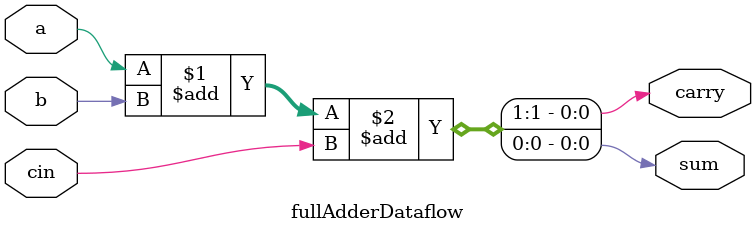
<source format=v>
module fullAdderDataflow (carry, sum, a, b, cin);

output carry, sum;
input a, b, cin;

assign {carry,sum} = a + b + cin;

endmodule

</source>
